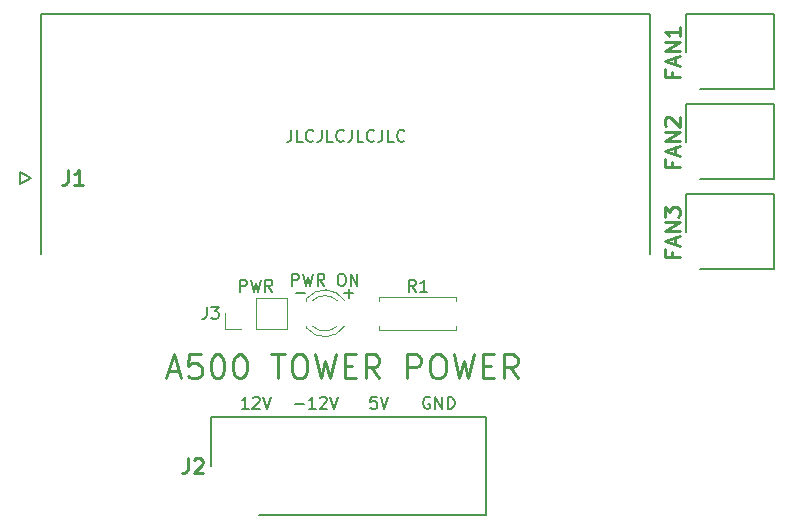
<source format=gbr>
%TF.GenerationSoftware,KiCad,Pcbnew,(5.1.6)-1*%
%TF.CreationDate,2022-09-29T14:47:16-04:00*%
%TF.ProjectId,A500-tower-power,41353030-2d74-46f7-9765-722d706f7765,rev?*%
%TF.SameCoordinates,Original*%
%TF.FileFunction,Legend,Top*%
%TF.FilePolarity,Positive*%
%FSLAX46Y46*%
G04 Gerber Fmt 4.6, Leading zero omitted, Abs format (unit mm)*
G04 Created by KiCad (PCBNEW (5.1.6)-1) date 2022-09-29 14:47:16*
%MOMM*%
%LPD*%
G01*
G04 APERTURE LIST*
%ADD10C,0.150000*%
%ADD11C,0.250000*%
%ADD12C,0.120000*%
%ADD13C,0.127000*%
%ADD14C,0.200000*%
%ADD15C,0.254000*%
G04 APERTURE END LIST*
D10*
X148034952Y-89876380D02*
X148034952Y-90590666D01*
X147987333Y-90733523D01*
X147892095Y-90828761D01*
X147749238Y-90876380D01*
X147654000Y-90876380D01*
X148987333Y-90876380D02*
X148511142Y-90876380D01*
X148511142Y-89876380D01*
X149892095Y-90781142D02*
X149844476Y-90828761D01*
X149701619Y-90876380D01*
X149606380Y-90876380D01*
X149463523Y-90828761D01*
X149368285Y-90733523D01*
X149320666Y-90638285D01*
X149273047Y-90447809D01*
X149273047Y-90304952D01*
X149320666Y-90114476D01*
X149368285Y-90019238D01*
X149463523Y-89924000D01*
X149606380Y-89876380D01*
X149701619Y-89876380D01*
X149844476Y-89924000D01*
X149892095Y-89971619D01*
X150606380Y-89876380D02*
X150606380Y-90590666D01*
X150558761Y-90733523D01*
X150463523Y-90828761D01*
X150320666Y-90876380D01*
X150225428Y-90876380D01*
X151558761Y-90876380D02*
X151082571Y-90876380D01*
X151082571Y-89876380D01*
X152463523Y-90781142D02*
X152415904Y-90828761D01*
X152273047Y-90876380D01*
X152177809Y-90876380D01*
X152034952Y-90828761D01*
X151939714Y-90733523D01*
X151892095Y-90638285D01*
X151844476Y-90447809D01*
X151844476Y-90304952D01*
X151892095Y-90114476D01*
X151939714Y-90019238D01*
X152034952Y-89924000D01*
X152177809Y-89876380D01*
X152273047Y-89876380D01*
X152415904Y-89924000D01*
X152463523Y-89971619D01*
X153177809Y-89876380D02*
X153177809Y-90590666D01*
X153130190Y-90733523D01*
X153034952Y-90828761D01*
X152892095Y-90876380D01*
X152796857Y-90876380D01*
X154130190Y-90876380D02*
X153654000Y-90876380D01*
X153654000Y-89876380D01*
X155034952Y-90781142D02*
X154987333Y-90828761D01*
X154844476Y-90876380D01*
X154749238Y-90876380D01*
X154606380Y-90828761D01*
X154511142Y-90733523D01*
X154463523Y-90638285D01*
X154415904Y-90447809D01*
X154415904Y-90304952D01*
X154463523Y-90114476D01*
X154511142Y-90019238D01*
X154606380Y-89924000D01*
X154749238Y-89876380D01*
X154844476Y-89876380D01*
X154987333Y-89924000D01*
X155034952Y-89971619D01*
X155749238Y-89876380D02*
X155749238Y-90590666D01*
X155701619Y-90733523D01*
X155606380Y-90828761D01*
X155463523Y-90876380D01*
X155368285Y-90876380D01*
X156701619Y-90876380D02*
X156225428Y-90876380D01*
X156225428Y-89876380D01*
X157606380Y-90781142D02*
X157558761Y-90828761D01*
X157415904Y-90876380D01*
X157320666Y-90876380D01*
X157177809Y-90828761D01*
X157082571Y-90733523D01*
X157034952Y-90638285D01*
X156987333Y-90447809D01*
X156987333Y-90304952D01*
X157034952Y-90114476D01*
X157082571Y-90019238D01*
X157177809Y-89924000D01*
X157320666Y-89876380D01*
X157415904Y-89876380D01*
X157558761Y-89924000D01*
X157606380Y-89971619D01*
X148114095Y-103068380D02*
X148114095Y-102068380D01*
X148495047Y-102068380D01*
X148590285Y-102116000D01*
X148637904Y-102163619D01*
X148685523Y-102258857D01*
X148685523Y-102401714D01*
X148637904Y-102496952D01*
X148590285Y-102544571D01*
X148495047Y-102592190D01*
X148114095Y-102592190D01*
X149018857Y-102068380D02*
X149256952Y-103068380D01*
X149447428Y-102354095D01*
X149637904Y-103068380D01*
X149876000Y-102068380D01*
X150828380Y-103068380D02*
X150495047Y-102592190D01*
X150256952Y-103068380D02*
X150256952Y-102068380D01*
X150637904Y-102068380D01*
X150733142Y-102116000D01*
X150780761Y-102163619D01*
X150828380Y-102258857D01*
X150828380Y-102401714D01*
X150780761Y-102496952D01*
X150733142Y-102544571D01*
X150637904Y-102592190D01*
X150256952Y-102592190D01*
X152209333Y-102068380D02*
X152399809Y-102068380D01*
X152495047Y-102116000D01*
X152590285Y-102211238D01*
X152637904Y-102401714D01*
X152637904Y-102735047D01*
X152590285Y-102925523D01*
X152495047Y-103020761D01*
X152399809Y-103068380D01*
X152209333Y-103068380D01*
X152114095Y-103020761D01*
X152018857Y-102925523D01*
X151971238Y-102735047D01*
X151971238Y-102401714D01*
X152018857Y-102211238D01*
X152114095Y-102116000D01*
X152209333Y-102068380D01*
X153066476Y-103068380D02*
X153066476Y-102068380D01*
X153637904Y-103068380D01*
X153637904Y-102068380D01*
X143700666Y-103576380D02*
X143700666Y-102576380D01*
X144081619Y-102576380D01*
X144176857Y-102624000D01*
X144224476Y-102671619D01*
X144272095Y-102766857D01*
X144272095Y-102909714D01*
X144224476Y-103004952D01*
X144176857Y-103052571D01*
X144081619Y-103100190D01*
X143700666Y-103100190D01*
X144605428Y-102576380D02*
X144843523Y-103576380D01*
X145034000Y-102862095D01*
X145224476Y-103576380D01*
X145462571Y-102576380D01*
X146414952Y-103576380D02*
X146081619Y-103100190D01*
X145843523Y-103576380D02*
X145843523Y-102576380D01*
X146224476Y-102576380D01*
X146319714Y-102624000D01*
X146367333Y-102671619D01*
X146414952Y-102766857D01*
X146414952Y-102909714D01*
X146367333Y-103004952D01*
X146319714Y-103052571D01*
X146224476Y-103100190D01*
X145843523Y-103100190D01*
D11*
X137590476Y-110315333D02*
X138542857Y-110315333D01*
X137400000Y-110886761D02*
X138066666Y-108886761D01*
X138733333Y-110886761D01*
X140352380Y-108886761D02*
X139400000Y-108886761D01*
X139304761Y-109839142D01*
X139400000Y-109743904D01*
X139590476Y-109648666D01*
X140066666Y-109648666D01*
X140257142Y-109743904D01*
X140352380Y-109839142D01*
X140447619Y-110029619D01*
X140447619Y-110505809D01*
X140352380Y-110696285D01*
X140257142Y-110791523D01*
X140066666Y-110886761D01*
X139590476Y-110886761D01*
X139400000Y-110791523D01*
X139304761Y-110696285D01*
X141685714Y-108886761D02*
X141876190Y-108886761D01*
X142066666Y-108982000D01*
X142161904Y-109077238D01*
X142257142Y-109267714D01*
X142352380Y-109648666D01*
X142352380Y-110124857D01*
X142257142Y-110505809D01*
X142161904Y-110696285D01*
X142066666Y-110791523D01*
X141876190Y-110886761D01*
X141685714Y-110886761D01*
X141495238Y-110791523D01*
X141400000Y-110696285D01*
X141304761Y-110505809D01*
X141209523Y-110124857D01*
X141209523Y-109648666D01*
X141304761Y-109267714D01*
X141400000Y-109077238D01*
X141495238Y-108982000D01*
X141685714Y-108886761D01*
X143590476Y-108886761D02*
X143780952Y-108886761D01*
X143971428Y-108982000D01*
X144066666Y-109077238D01*
X144161904Y-109267714D01*
X144257142Y-109648666D01*
X144257142Y-110124857D01*
X144161904Y-110505809D01*
X144066666Y-110696285D01*
X143971428Y-110791523D01*
X143780952Y-110886761D01*
X143590476Y-110886761D01*
X143400000Y-110791523D01*
X143304761Y-110696285D01*
X143209523Y-110505809D01*
X143114285Y-110124857D01*
X143114285Y-109648666D01*
X143209523Y-109267714D01*
X143304761Y-109077238D01*
X143400000Y-108982000D01*
X143590476Y-108886761D01*
X146352380Y-108886761D02*
X147495238Y-108886761D01*
X146923809Y-110886761D02*
X146923809Y-108886761D01*
X148542857Y-108886761D02*
X148923809Y-108886761D01*
X149114285Y-108982000D01*
X149304761Y-109172476D01*
X149400000Y-109553428D01*
X149400000Y-110220095D01*
X149304761Y-110601047D01*
X149114285Y-110791523D01*
X148923809Y-110886761D01*
X148542857Y-110886761D01*
X148352380Y-110791523D01*
X148161904Y-110601047D01*
X148066666Y-110220095D01*
X148066666Y-109553428D01*
X148161904Y-109172476D01*
X148352380Y-108982000D01*
X148542857Y-108886761D01*
X150066666Y-108886761D02*
X150542857Y-110886761D01*
X150923809Y-109458190D01*
X151304761Y-110886761D01*
X151780952Y-108886761D01*
X152542857Y-109839142D02*
X153209523Y-109839142D01*
X153495238Y-110886761D02*
X152542857Y-110886761D01*
X152542857Y-108886761D01*
X153495238Y-108886761D01*
X155495238Y-110886761D02*
X154828571Y-109934380D01*
X154352380Y-110886761D02*
X154352380Y-108886761D01*
X155114285Y-108886761D01*
X155304761Y-108982000D01*
X155400000Y-109077238D01*
X155495238Y-109267714D01*
X155495238Y-109553428D01*
X155400000Y-109743904D01*
X155304761Y-109839142D01*
X155114285Y-109934380D01*
X154352380Y-109934380D01*
X157876190Y-110886761D02*
X157876190Y-108886761D01*
X158638095Y-108886761D01*
X158828571Y-108982000D01*
X158923809Y-109077238D01*
X159019047Y-109267714D01*
X159019047Y-109553428D01*
X158923809Y-109743904D01*
X158828571Y-109839142D01*
X158638095Y-109934380D01*
X157876190Y-109934380D01*
X160257142Y-108886761D02*
X160638095Y-108886761D01*
X160828571Y-108982000D01*
X161019047Y-109172476D01*
X161114285Y-109553428D01*
X161114285Y-110220095D01*
X161019047Y-110601047D01*
X160828571Y-110791523D01*
X160638095Y-110886761D01*
X160257142Y-110886761D01*
X160066666Y-110791523D01*
X159876190Y-110601047D01*
X159780952Y-110220095D01*
X159780952Y-109553428D01*
X159876190Y-109172476D01*
X160066666Y-108982000D01*
X160257142Y-108886761D01*
X161780952Y-108886761D02*
X162257142Y-110886761D01*
X162638095Y-109458190D01*
X163019047Y-110886761D01*
X163495238Y-108886761D01*
X164257142Y-109839142D02*
X164923809Y-109839142D01*
X165209523Y-110886761D02*
X164257142Y-110886761D01*
X164257142Y-108886761D01*
X165209523Y-108886761D01*
X167209523Y-110886761D02*
X166542857Y-109934380D01*
X166066666Y-110886761D02*
X166066666Y-108886761D01*
X166828571Y-108886761D01*
X167019047Y-108982000D01*
X167114285Y-109077238D01*
X167209523Y-109267714D01*
X167209523Y-109553428D01*
X167114285Y-109743904D01*
X167019047Y-109839142D01*
X166828571Y-109934380D01*
X166066666Y-109934380D01*
D10*
X148463047Y-103703428D02*
X149224952Y-103703428D01*
X152527047Y-103703428D02*
X153288952Y-103703428D01*
X152908000Y-104084380D02*
X152908000Y-103322476D01*
X159766095Y-112530000D02*
X159670857Y-112482380D01*
X159528000Y-112482380D01*
X159385142Y-112530000D01*
X159289904Y-112625238D01*
X159242285Y-112720476D01*
X159194666Y-112910952D01*
X159194666Y-113053809D01*
X159242285Y-113244285D01*
X159289904Y-113339523D01*
X159385142Y-113434761D01*
X159528000Y-113482380D01*
X159623238Y-113482380D01*
X159766095Y-113434761D01*
X159813714Y-113387142D01*
X159813714Y-113053809D01*
X159623238Y-113053809D01*
X160242285Y-113482380D02*
X160242285Y-112482380D01*
X160813714Y-113482380D01*
X160813714Y-112482380D01*
X161289904Y-113482380D02*
X161289904Y-112482380D01*
X161528000Y-112482380D01*
X161670857Y-112530000D01*
X161766095Y-112625238D01*
X161813714Y-112720476D01*
X161861333Y-112910952D01*
X161861333Y-113053809D01*
X161813714Y-113244285D01*
X161766095Y-113339523D01*
X161670857Y-113434761D01*
X161528000Y-113482380D01*
X161289904Y-113482380D01*
X155257523Y-112482380D02*
X154781333Y-112482380D01*
X154733714Y-112958571D01*
X154781333Y-112910952D01*
X154876571Y-112863333D01*
X155114666Y-112863333D01*
X155209904Y-112910952D01*
X155257523Y-112958571D01*
X155305142Y-113053809D01*
X155305142Y-113291904D01*
X155257523Y-113387142D01*
X155209904Y-113434761D01*
X155114666Y-113482380D01*
X154876571Y-113482380D01*
X154781333Y-113434761D01*
X154733714Y-113387142D01*
X155590857Y-112482380D02*
X155924190Y-113482380D01*
X156257523Y-112482380D01*
X148352095Y-113101428D02*
X149114000Y-113101428D01*
X150114000Y-113482380D02*
X149542571Y-113482380D01*
X149828285Y-113482380D02*
X149828285Y-112482380D01*
X149733047Y-112625238D01*
X149637809Y-112720476D01*
X149542571Y-112768095D01*
X150494952Y-112577619D02*
X150542571Y-112530000D01*
X150637809Y-112482380D01*
X150875904Y-112482380D01*
X150971142Y-112530000D01*
X151018761Y-112577619D01*
X151066380Y-112672857D01*
X151066380Y-112768095D01*
X151018761Y-112910952D01*
X150447333Y-113482380D01*
X151066380Y-113482380D01*
X151352095Y-112482380D02*
X151685428Y-113482380D01*
X152018761Y-112482380D01*
X144414952Y-113482380D02*
X143843523Y-113482380D01*
X144129238Y-113482380D02*
X144129238Y-112482380D01*
X144034000Y-112625238D01*
X143938761Y-112720476D01*
X143843523Y-112768095D01*
X144795904Y-112577619D02*
X144843523Y-112530000D01*
X144938761Y-112482380D01*
X145176857Y-112482380D01*
X145272095Y-112530000D01*
X145319714Y-112577619D01*
X145367333Y-112672857D01*
X145367333Y-112768095D01*
X145319714Y-112910952D01*
X144748285Y-113482380D01*
X145367333Y-113482380D01*
X145653047Y-112482380D02*
X145986380Y-113482380D01*
X146319714Y-112482380D01*
D12*
%TO.C,D1*%
X149316000Y-104174000D02*
X149316000Y-104330000D01*
X149316000Y-106490000D02*
X149316000Y-106646000D01*
X152548335Y-104331392D02*
G75*
G03*
X149316000Y-104174484I-1672335J-1078608D01*
G01*
X152548335Y-106488608D02*
G75*
G02*
X149316000Y-106645516I-1672335J1078608D01*
G01*
X151917130Y-104330163D02*
G75*
G03*
X149835039Y-104330000I-1041130J-1079837D01*
G01*
X151917130Y-106489837D02*
G75*
G02*
X149835039Y-106490000I-1041130J1079837D01*
G01*
D13*
%TO.C,J1*%
X126840000Y-100380000D02*
X126840000Y-80080000D01*
X126840000Y-80080000D02*
X178440000Y-80080000D01*
X178440000Y-80080000D02*
X178440000Y-100380000D01*
X125040000Y-94480000D02*
X125040000Y-93480000D01*
X125040000Y-93480000D02*
X126040000Y-93980000D01*
X126040000Y-93980000D02*
X125040000Y-94480000D01*
D14*
%TO.C,J2*%
X145288000Y-122504000D02*
X164538000Y-122504000D01*
X164538000Y-122504000D02*
X164538000Y-114224000D01*
X164538000Y-114224000D02*
X141278000Y-114224000D01*
X141278000Y-114224000D02*
X141278000Y-118364000D01*
D12*
%TO.C,J3*%
X147634000Y-106740000D02*
X147634000Y-104080000D01*
X145034000Y-106740000D02*
X147634000Y-106740000D01*
X145034000Y-104080000D02*
X147634000Y-104080000D01*
X145034000Y-106740000D02*
X145034000Y-104080000D01*
X143764000Y-106740000D02*
X142434000Y-106740000D01*
X142434000Y-106740000D02*
X142434000Y-105410000D01*
D14*
%TO.C,FAN1*%
X182626000Y-86412000D02*
X188906000Y-86412000D01*
X188906000Y-86412000D02*
X188906000Y-80062000D01*
X188906000Y-80062000D02*
X181436000Y-80062000D01*
X181436000Y-80062000D02*
X181436000Y-83312000D01*
%TO.C,FAN2*%
X181436000Y-87682000D02*
X181436000Y-90932000D01*
X188906000Y-87682000D02*
X181436000Y-87682000D01*
X188906000Y-94032000D02*
X188906000Y-87682000D01*
X182626000Y-94032000D02*
X188906000Y-94032000D01*
%TO.C,FAN3*%
X182626000Y-101652000D02*
X188906000Y-101652000D01*
X188906000Y-101652000D02*
X188906000Y-95302000D01*
X188906000Y-95302000D02*
X181436000Y-95302000D01*
X181436000Y-95302000D02*
X181436000Y-98552000D01*
D12*
%TO.C,R1*%
X155480000Y-104370000D02*
X155480000Y-104040000D01*
X155480000Y-104040000D02*
X162020000Y-104040000D01*
X162020000Y-104040000D02*
X162020000Y-104370000D01*
X155480000Y-106450000D02*
X155480000Y-106780000D01*
X155480000Y-106780000D02*
X162020000Y-106780000D01*
X162020000Y-106780000D02*
X162020000Y-106450000D01*
%TO.C,J1*%
D15*
X129116666Y-93284523D02*
X129116666Y-94191666D01*
X129056190Y-94373095D01*
X128935238Y-94494047D01*
X128753809Y-94554523D01*
X128632857Y-94554523D01*
X130386666Y-94554523D02*
X129660952Y-94554523D01*
X130023809Y-94554523D02*
X130023809Y-93284523D01*
X129902857Y-93465952D01*
X129781904Y-93586904D01*
X129660952Y-93647380D01*
%TO.C,J2*%
X139276666Y-117668523D02*
X139276666Y-118575666D01*
X139216190Y-118757095D01*
X139095238Y-118878047D01*
X138913809Y-118938523D01*
X138792857Y-118938523D01*
X139820952Y-117789476D02*
X139881428Y-117729000D01*
X140002380Y-117668523D01*
X140304761Y-117668523D01*
X140425714Y-117729000D01*
X140486190Y-117789476D01*
X140546666Y-117910428D01*
X140546666Y-118031380D01*
X140486190Y-118212809D01*
X139760476Y-118938523D01*
X140546666Y-118938523D01*
%TO.C,J3*%
D10*
X140890666Y-104862380D02*
X140890666Y-105576666D01*
X140843047Y-105719523D01*
X140747809Y-105814761D01*
X140604952Y-105862380D01*
X140509714Y-105862380D01*
X141271619Y-104862380D02*
X141890666Y-104862380D01*
X141557333Y-105243333D01*
X141700190Y-105243333D01*
X141795428Y-105290952D01*
X141843047Y-105338571D01*
X141890666Y-105433809D01*
X141890666Y-105671904D01*
X141843047Y-105767142D01*
X141795428Y-105814761D01*
X141700190Y-105862380D01*
X141414476Y-105862380D01*
X141319238Y-105814761D01*
X141271619Y-105767142D01*
%TO.C,FAN1*%
D15*
X180249285Y-84944857D02*
X180249285Y-85368190D01*
X180914523Y-85368190D02*
X179644523Y-85368190D01*
X179644523Y-84763428D01*
X180551666Y-84340095D02*
X180551666Y-83735333D01*
X180914523Y-84461047D02*
X179644523Y-84037714D01*
X180914523Y-83614380D01*
X180914523Y-83191047D02*
X179644523Y-83191047D01*
X180914523Y-82465333D01*
X179644523Y-82465333D01*
X180914523Y-81195333D02*
X180914523Y-81921047D01*
X180914523Y-81558190D02*
X179644523Y-81558190D01*
X179825952Y-81679142D01*
X179946904Y-81800095D01*
X180007380Y-81921047D01*
%TO.C,FAN2*%
X180249285Y-92564857D02*
X180249285Y-92988190D01*
X180914523Y-92988190D02*
X179644523Y-92988190D01*
X179644523Y-92383428D01*
X180551666Y-91960095D02*
X180551666Y-91355333D01*
X180914523Y-92081047D02*
X179644523Y-91657714D01*
X180914523Y-91234380D01*
X180914523Y-90811047D02*
X179644523Y-90811047D01*
X180914523Y-90085333D01*
X179644523Y-90085333D01*
X179765476Y-89541047D02*
X179705000Y-89480571D01*
X179644523Y-89359619D01*
X179644523Y-89057238D01*
X179705000Y-88936285D01*
X179765476Y-88875809D01*
X179886428Y-88815333D01*
X180007380Y-88815333D01*
X180188809Y-88875809D01*
X180914523Y-89601523D01*
X180914523Y-88815333D01*
%TO.C,FAN3*%
X180249285Y-100184857D02*
X180249285Y-100608190D01*
X180914523Y-100608190D02*
X179644523Y-100608190D01*
X179644523Y-100003428D01*
X180551666Y-99580095D02*
X180551666Y-98975333D01*
X180914523Y-99701047D02*
X179644523Y-99277714D01*
X180914523Y-98854380D01*
X180914523Y-98431047D02*
X179644523Y-98431047D01*
X180914523Y-97705333D01*
X179644523Y-97705333D01*
X179644523Y-97221523D02*
X179644523Y-96435333D01*
X180128333Y-96858666D01*
X180128333Y-96677238D01*
X180188809Y-96556285D01*
X180249285Y-96495809D01*
X180370238Y-96435333D01*
X180672619Y-96435333D01*
X180793571Y-96495809D01*
X180854047Y-96556285D01*
X180914523Y-96677238D01*
X180914523Y-97040095D01*
X180854047Y-97161047D01*
X180793571Y-97221523D01*
%TO.C,R1*%
D10*
X158583333Y-103576380D02*
X158250000Y-103100190D01*
X158011904Y-103576380D02*
X158011904Y-102576380D01*
X158392857Y-102576380D01*
X158488095Y-102624000D01*
X158535714Y-102671619D01*
X158583333Y-102766857D01*
X158583333Y-102909714D01*
X158535714Y-103004952D01*
X158488095Y-103052571D01*
X158392857Y-103100190D01*
X158011904Y-103100190D01*
X159535714Y-103576380D02*
X158964285Y-103576380D01*
X159250000Y-103576380D02*
X159250000Y-102576380D01*
X159154761Y-102719238D01*
X159059523Y-102814476D01*
X158964285Y-102862095D01*
%TD*%
M02*

</source>
